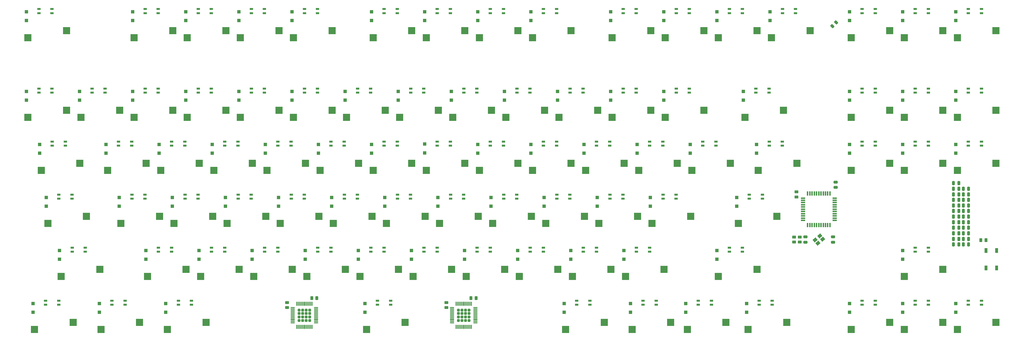
<source format=gbr>
%TF.GenerationSoftware,KiCad,Pcbnew,(6.0.1)*%
%TF.CreationDate,2022-03-06T15:28:15-08:00*%
%TF.ProjectId,Ramen80,52616d65-6e38-4302-9e6b-696361645f70,v1.0.0*%
%TF.SameCoordinates,Original*%
%TF.FileFunction,Paste,Bot*%
%TF.FilePolarity,Positive*%
%FSLAX46Y46*%
G04 Gerber Fmt 4.6, Leading zero omitted, Abs format (unit mm)*
G04 Created by KiCad (PCBNEW (6.0.1)) date 2022-03-06 15:28:15*
%MOMM*%
%LPD*%
G01*
G04 APERTURE LIST*
G04 Aperture macros list*
%AMRoundRect*
0 Rectangle with rounded corners*
0 $1 Rounding radius*
0 $2 $3 $4 $5 $6 $7 $8 $9 X,Y pos of 4 corners*
0 Add a 4 corners polygon primitive as box body*
4,1,4,$2,$3,$4,$5,$6,$7,$8,$9,$2,$3,0*
0 Add four circle primitives for the rounded corners*
1,1,$1+$1,$2,$3*
1,1,$1+$1,$4,$5*
1,1,$1+$1,$6,$7*
1,1,$1+$1,$8,$9*
0 Add four rect primitives between the rounded corners*
20,1,$1+$1,$2,$3,$4,$5,0*
20,1,$1+$1,$4,$5,$6,$7,0*
20,1,$1+$1,$6,$7,$8,$9,0*
20,1,$1+$1,$8,$9,$2,$3,0*%
%AMRotRect*
0 Rectangle, with rotation*
0 The origin of the aperture is its center*
0 $1 length*
0 $2 width*
0 $3 Rotation angle, in degrees counterclockwise*
0 Add horizontal line*
21,1,$1,$2,0,0,$3*%
G04 Aperture macros list end*
%ADD10RoundRect,0.243750X-0.150260X0.494975X-0.494975X0.150260X0.150260X-0.494975X0.494975X-0.150260X0*%
%ADD11R,2.550000X2.500000*%
%ADD12R,1.200000X1.200000*%
%ADD13R,1.300000X0.700000*%
%ADD14RoundRect,0.250000X0.250000X0.475000X-0.250000X0.475000X-0.250000X-0.475000X0.250000X-0.475000X0*%
%ADD15RoundRect,0.038500X0.761500X0.236500X-0.761500X0.236500X-0.761500X-0.236500X0.761500X-0.236500X0*%
%ADD16RoundRect,0.038500X0.236500X-0.761500X0.236500X0.761500X-0.236500X0.761500X-0.236500X-0.761500X0*%
%ADD17RoundRect,0.250000X0.255000X0.255000X-0.255000X0.255000X-0.255000X-0.255000X0.255000X-0.255000X0*%
%ADD18RoundRect,0.075000X0.662500X0.075000X-0.662500X0.075000X-0.662500X-0.075000X0.662500X-0.075000X0*%
%ADD19RoundRect,0.075000X0.075000X0.662500X-0.075000X0.662500X-0.075000X-0.662500X0.075000X-0.662500X0*%
%ADD20R,1.000000X1.700000*%
%ADD21RoundRect,0.250000X0.450000X-0.262500X0.450000X0.262500X-0.450000X0.262500X-0.450000X-0.262500X0*%
%ADD22RoundRect,0.250000X-0.262500X-0.450000X0.262500X-0.450000X0.262500X0.450000X-0.262500X0.450000X0*%
%ADD23RoundRect,0.250000X-0.250000X-0.475000X0.250000X-0.475000X0.250000X0.475000X-0.250000X0.475000X0*%
%ADD24RoundRect,0.250000X0.475000X-0.250000X0.475000X0.250000X-0.475000X0.250000X-0.475000X-0.250000X0*%
%ADD25RotRect,1.200000X1.400000X130.000000*%
%ADD26RoundRect,0.250000X0.262500X0.450000X-0.262500X0.450000X-0.262500X-0.450000X0.262500X-0.450000X0*%
%ADD27RoundRect,0.250000X-0.475000X0.250000X-0.475000X-0.250000X0.475000X-0.250000X0.475000X0.250000X0*%
G04 APERTURE END LIST*
D10*
%TO.C,F1*%
X326432913Y-66247087D03*
X325107087Y-67572913D03*
%TD*%
D11*
%TO.C,K48*%
X345697000Y-116839998D03*
X331847000Y-119379998D03*
%TD*%
%TO.C,K81*%
X243303000Y-173989998D03*
X229453000Y-176529998D03*
%TD*%
%TO.C,K13*%
X317122000Y-69214998D03*
X303272000Y-71754998D03*
%TD*%
%TO.C,K82*%
X267115000Y-173989998D03*
X253265000Y-176529998D03*
%TD*%
%TO.C,K74*%
X264735000Y-154939998D03*
X250885000Y-157479998D03*
%TD*%
%TO.C,K19*%
X88522000Y-97789998D03*
X74672000Y-100329998D03*
%TD*%
%TO.C,K15*%
X364747000Y-69214998D03*
X350897000Y-71754998D03*
%TD*%
%TO.C,K8*%
X212347000Y-69214998D03*
X198497000Y-71754998D03*
%TD*%
%TO.C,K36*%
X98047000Y-116839998D03*
X84197000Y-119379998D03*
%TD*%
%TO.C,K23*%
X164722000Y-97789998D03*
X150872000Y-100329998D03*
%TD*%
%TO.C,K43*%
X231397000Y-116839998D03*
X217547000Y-119379998D03*
%TD*%
%TO.C,K22*%
X145672000Y-97789998D03*
X131822000Y-100329998D03*
%TD*%
%TO.C,K56*%
X159960000Y-135889998D03*
X146110000Y-138429998D03*
%TD*%
%TO.C,K55*%
X140910000Y-135889998D03*
X127060000Y-138429998D03*
%TD*%
%TO.C,K4*%
X126622000Y-69214998D03*
X112772000Y-71754998D03*
%TD*%
%TO.C,K59*%
X217110000Y-135889998D03*
X203260000Y-138429998D03*
%TD*%
%TO.C,K69*%
X169485000Y-154939998D03*
X155635000Y-157479998D03*
%TD*%
%TO.C,K34*%
X55185000Y-116839998D03*
X41335000Y-119379998D03*
%TD*%
%TO.C,K78*%
X76615000Y-173989998D03*
X62765000Y-176529998D03*
%TD*%
%TO.C,K52*%
X83760000Y-135889998D03*
X69910000Y-138429998D03*
%TD*%
%TO.C,K75*%
X298072000Y-154939998D03*
X284222000Y-157479998D03*
%TD*%
%TO.C,K67*%
X131385000Y-154939998D03*
X117535000Y-157479998D03*
%TD*%
%TO.C,K26*%
X221872000Y-97789998D03*
X208022000Y-100329998D03*
%TD*%
%TO.C,K58*%
X198060000Y-135889998D03*
X184210000Y-138429998D03*
%TD*%
%TO.C,K61*%
X255210000Y-135889998D03*
X241360000Y-138429998D03*
%TD*%
%TO.C,K62*%
X274260000Y-135889998D03*
X260410000Y-138429998D03*
%TD*%
%TO.C,K6*%
X174247000Y-69214998D03*
X160397000Y-71754998D03*
%TD*%
%TO.C,K40*%
X174247000Y-116839998D03*
X160397000Y-119379998D03*
%TD*%
%TO.C,K17*%
X50422000Y-97789998D03*
X36572000Y-100329998D03*
%TD*%
%TO.C,K85*%
X345697000Y-173989998D03*
X331847000Y-176529998D03*
%TD*%
%TO.C,K21*%
X126622000Y-97789998D03*
X112772000Y-100329998D03*
%TD*%
%TO.C,K47*%
X312360000Y-116839998D03*
X298510000Y-119379998D03*
%TD*%
%TO.C,K65*%
X93285000Y-154939998D03*
X79435000Y-157479998D03*
%TD*%
%TO.C,K3*%
X107572000Y-69214998D03*
X93722000Y-71754998D03*
%TD*%
%TO.C,K31*%
X345697000Y-97789998D03*
X331847000Y-100329998D03*
%TD*%
%TO.C,K86*%
X364747000Y-173989998D03*
X350897000Y-176529998D03*
%TD*%
%TO.C,K63*%
X305216000Y-135889998D03*
X291366000Y-138429998D03*
%TD*%
%TO.C,K70*%
X188535000Y-154939998D03*
X174685000Y-157479998D03*
%TD*%
%TO.C,K30*%
X307597000Y-97789998D03*
X293747000Y-100329998D03*
%TD*%
%TO.C,K41*%
X193297000Y-116839998D03*
X179447000Y-119379998D03*
%TD*%
%TO.C,K16*%
X383797000Y-69214998D03*
X369947000Y-71754998D03*
%TD*%
%TO.C,K53*%
X102810000Y-135889998D03*
X88960000Y-138429998D03*
%TD*%
%TO.C,K68*%
X150435000Y-154939998D03*
X136585000Y-157479998D03*
%TD*%
%TO.C,K80*%
X171865000Y-173989998D03*
X158015000Y-176529998D03*
%TD*%
%TO.C,K42*%
X212347000Y-116839998D03*
X198497000Y-119379998D03*
%TD*%
%TO.C,K60*%
X236160000Y-135889998D03*
X222310000Y-138429998D03*
%TD*%
%TO.C,K10*%
X259972000Y-69214998D03*
X246122000Y-71754998D03*
%TD*%
%TO.C,K9*%
X231397000Y-69214998D03*
X217547000Y-71754998D03*
%TD*%
%TO.C,K76*%
X364747000Y-154939998D03*
X350897000Y-157479998D03*
%TD*%
%TO.C,K71*%
X207585000Y-154939998D03*
X193735000Y-157479998D03*
%TD*%
%TO.C,K28*%
X259972000Y-97789998D03*
X246122000Y-100329998D03*
%TD*%
%TO.C,K50*%
X383797000Y-116839998D03*
X369947000Y-119379998D03*
%TD*%
%TO.C,K27*%
X240922000Y-97789998D03*
X227072000Y-100329998D03*
%TD*%
%TO.C,K66*%
X112335000Y-154939998D03*
X98485000Y-157479998D03*
%TD*%
%TO.C,K12*%
X298072000Y-69214998D03*
X284222000Y-71754998D03*
%TD*%
%TO.C,K7*%
X193297000Y-69214998D03*
X179447000Y-71754998D03*
%TD*%
%TO.C,K83*%
X286928000Y-173989998D03*
X273078000Y-176529998D03*
%TD*%
%TO.C,K79*%
X100428000Y-173989998D03*
X86578000Y-176529998D03*
%TD*%
%TO.C,K51*%
X57566000Y-135889998D03*
X43716000Y-138429998D03*
%TD*%
%TO.C,K2*%
X88522000Y-69214998D03*
X74672000Y-71754998D03*
%TD*%
%TO.C,K18*%
X69472000Y-97789998D03*
X55622000Y-100329998D03*
%TD*%
%TO.C,K54*%
X121860000Y-135889998D03*
X108010000Y-138429998D03*
%TD*%
%TO.C,K25*%
X202822000Y-97789998D03*
X188972000Y-100329998D03*
%TD*%
%TO.C,K14*%
X345697000Y-69214998D03*
X331847000Y-71754998D03*
%TD*%
%TO.C,K77*%
X52803000Y-173989998D03*
X38953000Y-176529998D03*
%TD*%
%TO.C,K35*%
X78997000Y-116839998D03*
X65147000Y-119379998D03*
%TD*%
%TO.C,K33*%
X383797000Y-97789998D03*
X369947000Y-100329998D03*
%TD*%
%TO.C,K57*%
X179010000Y-135889998D03*
X165160000Y-138429998D03*
%TD*%
%TO.C,K11*%
X279022000Y-69214998D03*
X265172000Y-71754998D03*
%TD*%
%TO.C,K45*%
X269497000Y-116839998D03*
X255647000Y-119379998D03*
%TD*%
%TO.C,K39*%
X155197000Y-116839998D03*
X141347000Y-119379998D03*
%TD*%
%TO.C,K37*%
X117097000Y-116839998D03*
X103247000Y-119379998D03*
%TD*%
%TO.C,K38*%
X136147000Y-116839998D03*
X122297000Y-119379998D03*
%TD*%
%TO.C,K87*%
X383797000Y-173989998D03*
X369947000Y-176529998D03*
%TD*%
%TO.C,K1*%
X50422000Y-69214998D03*
X36572000Y-71754998D03*
%TD*%
%TO.C,K29*%
X279022000Y-97789998D03*
X265172000Y-100329998D03*
%TD*%
%TO.C,K73*%
X245685000Y-154939998D03*
X231835000Y-157479998D03*
%TD*%
%TO.C,K84*%
X308740000Y-173989998D03*
X294890000Y-176529998D03*
%TD*%
%TO.C,K72*%
X226635000Y-154939998D03*
X212785000Y-157479998D03*
%TD*%
%TO.C,K49*%
X364747000Y-116839998D03*
X350897000Y-119379998D03*
%TD*%
%TO.C,K24*%
X183772000Y-97789998D03*
X169922000Y-100329998D03*
%TD*%
%TO.C,K64*%
X62329000Y-154939998D03*
X48479000Y-157479998D03*
%TD*%
%TO.C,K20*%
X107572000Y-97789998D03*
X93722000Y-100329998D03*
%TD*%
%TO.C,K32*%
X364747000Y-97789998D03*
X350897000Y-100329998D03*
%TD*%
%TO.C,K44*%
X250447000Y-116839998D03*
X236597000Y-119379998D03*
%TD*%
%TO.C,K46*%
X288547000Y-116839998D03*
X274697000Y-119379998D03*
%TD*%
%TO.C,K5*%
X145672000Y-69214998D03*
X131822000Y-71754998D03*
%TD*%
D12*
%TO.C,D77*%
X38381000Y-167200000D03*
X38381000Y-170350000D03*
%TD*%
%TO.C,D11*%
X264600000Y-62425000D03*
X264600000Y-65575000D03*
%TD*%
D13*
%TO.C,LED64*%
X52419000Y-147150000D03*
X57119000Y-147150000D03*
X57119000Y-148650000D03*
X52419000Y-148650000D03*
%TD*%
%TO.C,LED48*%
X335787000Y-109050000D03*
X340487000Y-109050000D03*
X340487000Y-110550000D03*
X335787000Y-110550000D03*
%TD*%
%TO.C,LED7*%
X183387000Y-61425000D03*
X188087000Y-61425000D03*
X188087000Y-62925000D03*
X183387000Y-62925000D03*
%TD*%
D12*
%TO.C,D15*%
X350325000Y-62425000D03*
X350325000Y-65575000D03*
%TD*%
D13*
%TO.C,LED37*%
X107187000Y-109050000D03*
X111887000Y-109050000D03*
X111887000Y-110550000D03*
X107187000Y-110550000D03*
%TD*%
D12*
%TO.C,D58*%
X183638000Y-129100000D03*
X183638000Y-132250000D03*
%TD*%
%TO.C,D45*%
X255075000Y-110050000D03*
X255075000Y-113200000D03*
%TD*%
%TO.C,D79*%
X86006000Y-167200000D03*
X86006000Y-170350000D03*
%TD*%
D13*
%TO.C,LED72*%
X216725000Y-147150000D03*
X221425000Y-147150000D03*
X221425000Y-148650000D03*
X216725000Y-148650000D03*
%TD*%
D12*
%TO.C,D72*%
X212213000Y-148150000D03*
X212213000Y-151300000D03*
%TD*%
D14*
%TO.C,C5*%
X370450000Y-132000000D03*
X368550000Y-132000000D03*
%TD*%
D15*
%TO.C,U1*%
X325910000Y-129350000D03*
X325910000Y-130150000D03*
X325910000Y-130950000D03*
X325910000Y-131750000D03*
X325910000Y-132550000D03*
X325910000Y-133350000D03*
X325910000Y-134150000D03*
X325910000Y-134950000D03*
X325910000Y-135750000D03*
X325910000Y-136550000D03*
X325910000Y-137350000D03*
D16*
X324230000Y-139030000D03*
X323430000Y-139030000D03*
X322630000Y-139030000D03*
X321830000Y-139030000D03*
X321030000Y-139030000D03*
X320230000Y-139030000D03*
X319430000Y-139030000D03*
X318630000Y-139030000D03*
X317830000Y-139030000D03*
X317030000Y-139030000D03*
X316230000Y-139030000D03*
D15*
X314550000Y-137350000D03*
X314550000Y-136550000D03*
X314550000Y-135750000D03*
X314550000Y-134950000D03*
X314550000Y-134150000D03*
X314550000Y-133350000D03*
X314550000Y-132550000D03*
X314550000Y-131750000D03*
X314550000Y-130950000D03*
X314550000Y-130150000D03*
X314550000Y-129350000D03*
D16*
X316230000Y-127670000D03*
X317030000Y-127670000D03*
X317830000Y-127670000D03*
X318630000Y-127670000D03*
X319430000Y-127670000D03*
X320230000Y-127670000D03*
X321030000Y-127670000D03*
X321830000Y-127670000D03*
X322630000Y-127670000D03*
X323430000Y-127670000D03*
X324230000Y-127670000D03*
%TD*%
D13*
%TO.C,LED67*%
X121475000Y-147150000D03*
X126175000Y-147150000D03*
X126175000Y-148650000D03*
X121475000Y-148650000D03*
%TD*%
D17*
%TO.C,U2*%
X137605000Y-172075000D03*
X136355000Y-169575000D03*
X137605000Y-170825000D03*
X136355000Y-172075000D03*
X135105000Y-169575000D03*
X136355000Y-173325000D03*
X135105000Y-172075000D03*
X133855000Y-172075000D03*
X133855000Y-173325000D03*
X137605000Y-169575000D03*
X133855000Y-169575000D03*
X136355000Y-170825000D03*
X135105000Y-170825000D03*
X133855000Y-170825000D03*
X135105000Y-173325000D03*
X137605000Y-173325000D03*
D18*
X139892500Y-168700000D03*
X139892500Y-169200000D03*
X139892500Y-169700000D03*
X139892500Y-170200000D03*
X139892500Y-170700000D03*
X139892500Y-171200000D03*
X139892500Y-171700000D03*
X139892500Y-172200000D03*
X139892500Y-172700000D03*
X139892500Y-173200000D03*
X139892500Y-173700000D03*
X139892500Y-174200000D03*
D19*
X138480000Y-175612500D03*
X137980000Y-175612500D03*
X137480000Y-175612500D03*
X136980000Y-175612500D03*
X136480000Y-175612500D03*
X135980000Y-175612500D03*
X135480000Y-175612500D03*
X134980000Y-175612500D03*
X134480000Y-175612500D03*
X133980000Y-175612500D03*
X133480000Y-175612500D03*
X132980000Y-175612500D03*
D18*
X131567500Y-174200000D03*
X131567500Y-173700000D03*
X131567500Y-173200000D03*
X131567500Y-172700000D03*
X131567500Y-172200000D03*
X131567500Y-171700000D03*
X131567500Y-171200000D03*
X131567500Y-170700000D03*
X131567500Y-170200000D03*
X131567500Y-169700000D03*
X131567500Y-169200000D03*
X131567500Y-168700000D03*
D19*
X132980000Y-167287500D03*
X133480000Y-167287500D03*
X133980000Y-167287500D03*
X134480000Y-167287500D03*
X134980000Y-167287500D03*
X135480000Y-167287500D03*
X135980000Y-167287500D03*
X136480000Y-167287500D03*
X136980000Y-167287500D03*
X137480000Y-167287500D03*
X137980000Y-167287500D03*
X138480000Y-167287500D03*
%TD*%
D13*
%TO.C,LED41*%
X183387000Y-109050000D03*
X188087000Y-109050000D03*
X188087000Y-110550000D03*
X183387000Y-110550000D03*
%TD*%
%TO.C,LED70*%
X178625000Y-147150000D03*
X183325000Y-147150000D03*
X183325000Y-148650000D03*
X178625000Y-148650000D03*
%TD*%
D20*
%TO.C,SW1*%
X384000000Y-148170000D03*
X384000000Y-154470000D03*
X380200000Y-148170000D03*
X380200000Y-154470000D03*
%TD*%
D12*
%TO.C,D59*%
X202688000Y-129100000D03*
X202688000Y-132250000D03*
%TD*%
D13*
%TO.C,LED45*%
X259587000Y-109050000D03*
X264287000Y-109050000D03*
X264287000Y-110550000D03*
X259587000Y-110550000D03*
%TD*%
D12*
%TO.C,D22*%
X131250000Y-91000000D03*
X131250000Y-94150000D03*
%TD*%
%TO.C,D24*%
X169350000Y-91000000D03*
X169350000Y-94150000D03*
%TD*%
D17*
%TO.C,U3*%
X191005000Y-173325000D03*
X191005000Y-172075000D03*
X192255000Y-172075000D03*
X192255000Y-173325000D03*
X194755000Y-173325000D03*
X193505000Y-170825000D03*
X194755000Y-170825000D03*
X192255000Y-169575000D03*
X194755000Y-172075000D03*
X191005000Y-170825000D03*
X191005000Y-169575000D03*
X193505000Y-169575000D03*
X194755000Y-169575000D03*
X193505000Y-173325000D03*
X192255000Y-170825000D03*
X193505000Y-172075000D03*
D18*
X197042500Y-168700000D03*
X197042500Y-169200000D03*
X197042500Y-169700000D03*
X197042500Y-170200000D03*
X197042500Y-170700000D03*
X197042500Y-171200000D03*
X197042500Y-171700000D03*
X197042500Y-172200000D03*
X197042500Y-172700000D03*
X197042500Y-173200000D03*
X197042500Y-173700000D03*
X197042500Y-174200000D03*
D19*
X195630000Y-175612500D03*
X195130000Y-175612500D03*
X194630000Y-175612500D03*
X194130000Y-175612500D03*
X193630000Y-175612500D03*
X193130000Y-175612500D03*
X192630000Y-175612500D03*
X192130000Y-175612500D03*
X191630000Y-175612500D03*
X191130000Y-175612500D03*
X190630000Y-175612500D03*
X190130000Y-175612500D03*
D18*
X188717500Y-174200000D03*
X188717500Y-173700000D03*
X188717500Y-173200000D03*
X188717500Y-172700000D03*
X188717500Y-172200000D03*
X188717500Y-171700000D03*
X188717500Y-171200000D03*
X188717500Y-170700000D03*
X188717500Y-170200000D03*
X188717500Y-169700000D03*
X188717500Y-169200000D03*
X188717500Y-168700000D03*
D19*
X190130000Y-167287500D03*
X190630000Y-167287500D03*
X191130000Y-167287500D03*
X191630000Y-167287500D03*
X192130000Y-167287500D03*
X192630000Y-167287500D03*
X193130000Y-167287500D03*
X193630000Y-167287500D03*
X194130000Y-167287500D03*
X194630000Y-167287500D03*
X195130000Y-167287500D03*
X195630000Y-167287500D03*
%TD*%
D21*
%TO.C,R6*%
X186680000Y-168697500D03*
X186680000Y-166872500D03*
%TD*%
D22*
%TO.C,R11*%
X380182500Y-144460000D03*
X378357500Y-144460000D03*
%TD*%
D13*
%TO.C,LED80*%
X161955000Y-166200000D03*
X166655000Y-166200000D03*
X166655000Y-167700000D03*
X161955000Y-167700000D03*
%TD*%
%TO.C,LED69*%
X159575000Y-147150000D03*
X164275000Y-147150000D03*
X164275000Y-148650000D03*
X159575000Y-148650000D03*
%TD*%
D12*
%TO.C,D56*%
X145538000Y-129100000D03*
X145538000Y-132250000D03*
%TD*%
D13*
%TO.C,LED52*%
X73850000Y-128100000D03*
X78550000Y-128100000D03*
X78550000Y-129600000D03*
X73850000Y-129600000D03*
%TD*%
D12*
%TO.C,D39*%
X140775000Y-110050000D03*
X140775000Y-113200000D03*
%TD*%
D23*
%TO.C,C13*%
X372050000Y-126000000D03*
X373950000Y-126000000D03*
%TD*%
D13*
%TO.C,LED78*%
X66705000Y-166200000D03*
X71405000Y-166200000D03*
X71405000Y-167700000D03*
X66705000Y-167700000D03*
%TD*%
D23*
%TO.C,C14*%
X372050000Y-128000000D03*
X373950000Y-128000000D03*
%TD*%
%TO.C,C18*%
X372050000Y-136000000D03*
X373950000Y-136000000D03*
%TD*%
D13*
%TO.C,LED39*%
X145287000Y-109050000D03*
X149987000Y-109050000D03*
X149987000Y-110550000D03*
X145287000Y-110550000D03*
%TD*%
%TO.C,LED85*%
X335787000Y-166200000D03*
X340487000Y-166200000D03*
X340487000Y-167700000D03*
X335787000Y-167700000D03*
%TD*%
D23*
%TO.C,C17*%
X372050000Y-134000000D03*
X373950000Y-134000000D03*
%TD*%
D13*
%TO.C,LED47*%
X302450000Y-109050000D03*
X307150000Y-109050000D03*
X307150000Y-110550000D03*
X302450000Y-110550000D03*
%TD*%
%TO.C,LED66*%
X102425000Y-147150000D03*
X107125000Y-147150000D03*
X107125000Y-148650000D03*
X102425000Y-148650000D03*
%TD*%
%TO.C,LED12*%
X288162000Y-61425000D03*
X292862000Y-61425000D03*
X292862000Y-62925000D03*
X288162000Y-62925000D03*
%TD*%
D24*
%TO.C,C24*%
X326250000Y-125530000D03*
X326250000Y-123630000D03*
%TD*%
D12*
%TO.C,D40*%
X159825000Y-110050000D03*
X159825000Y-113200000D03*
%TD*%
%TO.C,D75*%
X283650000Y-148150000D03*
X283650000Y-151300000D03*
%TD*%
%TO.C,D9*%
X216975000Y-62425000D03*
X216975000Y-65575000D03*
%TD*%
%TO.C,D29*%
X264600000Y-91000000D03*
X264600000Y-94150000D03*
%TD*%
D13*
%TO.C,LED76*%
X354837000Y-147150000D03*
X359537000Y-147150000D03*
X359537000Y-148650000D03*
X354837000Y-148650000D03*
%TD*%
%TO.C,LED46*%
X278637000Y-109050000D03*
X283337000Y-109050000D03*
X283337000Y-110550000D03*
X278637000Y-110550000D03*
%TD*%
D12*
%TO.C,D21*%
X112200000Y-91000000D03*
X112200000Y-94150000D03*
%TD*%
D13*
%TO.C,LED11*%
X269112000Y-61425000D03*
X273812000Y-61425000D03*
X273812000Y-62925000D03*
X269112000Y-62925000D03*
%TD*%
%TO.C,LED56*%
X150050000Y-128100000D03*
X154750000Y-128100000D03*
X154750000Y-129600000D03*
X150050000Y-129600000D03*
%TD*%
D12*
%TO.C,D54*%
X107438000Y-129100000D03*
X107438000Y-132250000D03*
%TD*%
D13*
%TO.C,LED27*%
X231012000Y-90000000D03*
X235712000Y-90000000D03*
X235712000Y-91500000D03*
X231012000Y-91500000D03*
%TD*%
D12*
%TO.C,D81*%
X228881000Y-167200000D03*
X228881000Y-170350000D03*
%TD*%
%TO.C,D23*%
X150300000Y-91000000D03*
X150300000Y-94150000D03*
%TD*%
%TO.C,D38*%
X121725000Y-110050000D03*
X121725000Y-113200000D03*
%TD*%
D13*
%TO.C,LED58*%
X188150000Y-128100000D03*
X192850000Y-128100000D03*
X192850000Y-129600000D03*
X188150000Y-129600000D03*
%TD*%
D12*
%TO.C,D20*%
X93150000Y-91000000D03*
X93150000Y-94150000D03*
%TD*%
%TO.C,D25*%
X188400000Y-91000000D03*
X188400000Y-94150000D03*
%TD*%
%TO.C,D6*%
X159825000Y-62425000D03*
X159825000Y-65575000D03*
%TD*%
D13*
%TO.C,LED77*%
X42893000Y-166200000D03*
X47593000Y-166200000D03*
X47593000Y-167700000D03*
X42893000Y-167700000D03*
%TD*%
D12*
%TO.C,D71*%
X193163000Y-148150000D03*
X193163000Y-151300000D03*
%TD*%
D14*
%TO.C,C2*%
X370450000Y-126000000D03*
X368550000Y-126000000D03*
%TD*%
D13*
%TO.C,LED35*%
X69087000Y-109050000D03*
X73787000Y-109050000D03*
X73787000Y-110550000D03*
X69087000Y-110550000D03*
%TD*%
D23*
%TO.C,C16*%
X372050000Y-132000000D03*
X373950000Y-132000000D03*
%TD*%
D13*
%TO.C,LED49*%
X354837000Y-109050000D03*
X359537000Y-109050000D03*
X359537000Y-110550000D03*
X354837000Y-110550000D03*
%TD*%
D21*
%TO.C,R3*%
X311400000Y-145162500D03*
X311400000Y-143337500D03*
%TD*%
D12*
%TO.C,D82*%
X252693000Y-167200000D03*
X252693000Y-170350000D03*
%TD*%
D13*
%TO.C,LED23*%
X154812000Y-90000000D03*
X159512000Y-90000000D03*
X159512000Y-91500000D03*
X154812000Y-91500000D03*
%TD*%
%TO.C,LED20*%
X97662000Y-90000000D03*
X102362000Y-90000000D03*
X102362000Y-91500000D03*
X97662000Y-91500000D03*
%TD*%
%TO.C,LED62*%
X264350000Y-128100000D03*
X269050000Y-128100000D03*
X269050000Y-129600000D03*
X264350000Y-129600000D03*
%TD*%
D21*
%TO.C,R2*%
X129530000Y-168697500D03*
X129530000Y-166872500D03*
%TD*%
D13*
%TO.C,LED57*%
X169100000Y-128100000D03*
X173800000Y-128100000D03*
X173800000Y-129600000D03*
X169100000Y-129600000D03*
%TD*%
D21*
%TO.C,R4*%
X313400000Y-145162500D03*
X313400000Y-143337500D03*
%TD*%
D25*
%TO.C,Y1*%
X321606879Y-144155769D03*
X319921581Y-145569902D03*
X318893121Y-144344231D03*
X320578419Y-142930098D03*
%TD*%
D12*
%TO.C,D85*%
X331275000Y-167200000D03*
X331275000Y-170350000D03*
%TD*%
D14*
%TO.C,C7*%
X370450000Y-136000000D03*
X368550000Y-136000000D03*
%TD*%
D21*
%TO.C,R12*%
X312210000Y-128942500D03*
X312210000Y-127117500D03*
%TD*%
D13*
%TO.C,LED9*%
X221487000Y-61425000D03*
X226187000Y-61425000D03*
X226187000Y-62925000D03*
X221487000Y-62925000D03*
%TD*%
D24*
%TO.C,C26*%
X315400000Y-145200000D03*
X315400000Y-143300000D03*
%TD*%
D12*
%TO.C,D83*%
X272506000Y-167200000D03*
X272506000Y-170350000D03*
%TD*%
%TO.C,D18*%
X55050000Y-91000000D03*
X55050000Y-94150000D03*
%TD*%
D13*
%TO.C,LED50*%
X373887000Y-109050000D03*
X378587000Y-109050000D03*
X378587000Y-110550000D03*
X373887000Y-110550000D03*
%TD*%
D12*
%TO.C,D62*%
X259838000Y-129100000D03*
X259838000Y-132250000D03*
%TD*%
D13*
%TO.C,LED87*%
X373887000Y-166200000D03*
X378587000Y-166200000D03*
X378587000Y-167700000D03*
X373887000Y-167700000D03*
%TD*%
%TO.C,LED60*%
X226250000Y-128100000D03*
X230950000Y-128100000D03*
X230950000Y-129600000D03*
X226250000Y-129600000D03*
%TD*%
D12*
%TO.C,D8*%
X197925000Y-62425000D03*
X197925000Y-65575000D03*
%TD*%
D13*
%TO.C,LED4*%
X116712000Y-61425000D03*
X121412000Y-61425000D03*
X121412000Y-62925000D03*
X116712000Y-62925000D03*
%TD*%
D12*
%TO.C,D14*%
X331275000Y-62425000D03*
X331275000Y-65575000D03*
%TD*%
D13*
%TO.C,LED86*%
X354837000Y-166200000D03*
X359537000Y-166200000D03*
X359537000Y-167700000D03*
X354837000Y-167700000D03*
%TD*%
%TO.C,LED81*%
X233393000Y-166200000D03*
X238093000Y-166200000D03*
X238093000Y-167700000D03*
X233393000Y-167700000D03*
%TD*%
%TO.C,LED15*%
X354837000Y-61425000D03*
X359537000Y-61425000D03*
X359537000Y-62925000D03*
X354837000Y-62925000D03*
%TD*%
D12*
%TO.C,D60*%
X221738000Y-129100000D03*
X221738000Y-132250000D03*
%TD*%
D13*
%TO.C,LED18*%
X59562000Y-90000000D03*
X64262000Y-90000000D03*
X64262000Y-91500000D03*
X59562000Y-91500000D03*
%TD*%
D12*
%TO.C,D67*%
X116963000Y-148150000D03*
X116963000Y-151300000D03*
%TD*%
D23*
%TO.C,C15*%
X372050000Y-130000000D03*
X373950000Y-130000000D03*
%TD*%
D12*
%TO.C,D47*%
X297938000Y-110050000D03*
X297938000Y-113200000D03*
%TD*%
%TO.C,D51*%
X43144000Y-129100000D03*
X43144000Y-132250000D03*
%TD*%
D23*
%TO.C,C23*%
X372050000Y-146000000D03*
X373950000Y-146000000D03*
%TD*%
%TO.C,C22*%
X372050000Y-144000000D03*
X373950000Y-144000000D03*
%TD*%
D12*
%TO.C,D52*%
X69338000Y-129100000D03*
X69338000Y-132250000D03*
%TD*%
D13*
%TO.C,LED24*%
X173862000Y-90000000D03*
X178562000Y-90000000D03*
X178562000Y-91500000D03*
X173862000Y-91500000D03*
%TD*%
D12*
%TO.C,D35*%
X64575000Y-110050000D03*
X64575000Y-113200000D03*
%TD*%
%TO.C,D68*%
X136013000Y-148150000D03*
X136013000Y-151300000D03*
%TD*%
D13*
%TO.C,LED40*%
X164337000Y-109050000D03*
X169037000Y-109050000D03*
X169037000Y-110550000D03*
X164337000Y-110550000D03*
%TD*%
D12*
%TO.C,D10*%
X245550000Y-62425000D03*
X245550000Y-65575000D03*
%TD*%
D13*
%TO.C,LED6*%
X164337000Y-61425000D03*
X169037000Y-61425000D03*
X169037000Y-62925000D03*
X164337000Y-62925000D03*
%TD*%
%TO.C,LED68*%
X140525000Y-147150000D03*
X145225000Y-147150000D03*
X145225000Y-148650000D03*
X140525000Y-148650000D03*
%TD*%
D12*
%TO.C,D65*%
X78863000Y-148150000D03*
X78863000Y-151300000D03*
%TD*%
%TO.C,D44*%
X236025000Y-110050000D03*
X236025000Y-113200000D03*
%TD*%
D13*
%TO.C,LED63*%
X295306000Y-128100000D03*
X300006000Y-128100000D03*
X300006000Y-129600000D03*
X295306000Y-129600000D03*
%TD*%
%TO.C,LED3*%
X97662000Y-61425000D03*
X102362000Y-61425000D03*
X102362000Y-62925000D03*
X97662000Y-62925000D03*
%TD*%
%TO.C,LED82*%
X257205000Y-166200000D03*
X261905000Y-166200000D03*
X261905000Y-167700000D03*
X257205000Y-167700000D03*
%TD*%
%TO.C,LED13*%
X307212000Y-61425000D03*
X311912000Y-61425000D03*
X311912000Y-62925000D03*
X307212000Y-62925000D03*
%TD*%
%TO.C,LED5*%
X135762000Y-61425000D03*
X140462000Y-61425000D03*
X140462000Y-62925000D03*
X135762000Y-62925000D03*
%TD*%
%TO.C,LED25*%
X192912000Y-90000000D03*
X197612000Y-90000000D03*
X197612000Y-91500000D03*
X192912000Y-91500000D03*
%TD*%
D12*
%TO.C,D50*%
X369375000Y-110050000D03*
X369375000Y-113200000D03*
%TD*%
%TO.C,D31*%
X331275000Y-91000000D03*
X331275000Y-94150000D03*
%TD*%
%TO.C,D36*%
X83625000Y-110050000D03*
X83625000Y-113200000D03*
%TD*%
D13*
%TO.C,LED53*%
X92900000Y-128100000D03*
X97600000Y-128100000D03*
X97600000Y-129600000D03*
X92900000Y-129600000D03*
%TD*%
D12*
%TO.C,D43*%
X216975000Y-110050000D03*
X216975000Y-113200000D03*
%TD*%
%TO.C,D63*%
X290794000Y-129100000D03*
X290794000Y-132250000D03*
%TD*%
%TO.C,D33*%
X369375000Y-91000000D03*
X369375000Y-94150000D03*
%TD*%
D13*
%TO.C,LED17*%
X40512000Y-90000000D03*
X45212000Y-90000000D03*
X45212000Y-91500000D03*
X40512000Y-91500000D03*
%TD*%
%TO.C,LED36*%
X88137000Y-109050000D03*
X92837000Y-109050000D03*
X92837000Y-110550000D03*
X88137000Y-110550000D03*
%TD*%
D23*
%TO.C,C19*%
X372050000Y-138000000D03*
X373950000Y-138000000D03*
%TD*%
D13*
%TO.C,LED79*%
X90518000Y-166200000D03*
X95218000Y-166200000D03*
X95218000Y-167700000D03*
X90518000Y-167700000D03*
%TD*%
D23*
%TO.C,C21*%
X372050000Y-142000000D03*
X373950000Y-142000000D03*
%TD*%
D26*
%TO.C,R5*%
X197322500Y-165290000D03*
X195497500Y-165290000D03*
%TD*%
D12*
%TO.C,D30*%
X293175000Y-91000000D03*
X293175000Y-94150000D03*
%TD*%
%TO.C,D69*%
X155063000Y-148150000D03*
X155063000Y-151300000D03*
%TD*%
D13*
%TO.C,LED74*%
X254825000Y-147150000D03*
X259525000Y-147150000D03*
X259525000Y-148650000D03*
X254825000Y-148650000D03*
%TD*%
D12*
%TO.C,D57*%
X164588000Y-129100000D03*
X164588000Y-132250000D03*
%TD*%
D14*
%TO.C,C1*%
X370450000Y-124000000D03*
X368550000Y-124000000D03*
%TD*%
D13*
%TO.C,LED84*%
X298830000Y-166200000D03*
X303530000Y-166200000D03*
X303530000Y-167700000D03*
X298830000Y-167700000D03*
%TD*%
D12*
%TO.C,D37*%
X102675000Y-110050000D03*
X102675000Y-113200000D03*
%TD*%
D13*
%TO.C,LED42*%
X202437000Y-109050000D03*
X207137000Y-109050000D03*
X207137000Y-110550000D03*
X202437000Y-110550000D03*
%TD*%
D12*
%TO.C,D12*%
X283650000Y-62425000D03*
X283650000Y-65575000D03*
%TD*%
%TO.C,D73*%
X231263000Y-148150000D03*
X231263000Y-151300000D03*
%TD*%
D13*
%TO.C,LED55*%
X131000000Y-128100000D03*
X135700000Y-128100000D03*
X135700000Y-129600000D03*
X131000000Y-129600000D03*
%TD*%
%TO.C,LED21*%
X116712000Y-90000000D03*
X121412000Y-90000000D03*
X121412000Y-91500000D03*
X116712000Y-91500000D03*
%TD*%
%TO.C,LED14*%
X335787000Y-61425000D03*
X340487000Y-61425000D03*
X340487000Y-62925000D03*
X335787000Y-62925000D03*
%TD*%
%TO.C,LED19*%
X78612000Y-90000000D03*
X83312000Y-90000000D03*
X83312000Y-91500000D03*
X78612000Y-91500000D03*
%TD*%
%TO.C,LED54*%
X111950000Y-128100000D03*
X116650000Y-128100000D03*
X116650000Y-129600000D03*
X111950000Y-129600000D03*
%TD*%
D27*
%TO.C,C25*%
X325300000Y-143300000D03*
X325300000Y-145200000D03*
%TD*%
D12*
%TO.C,D70*%
X174113000Y-148150000D03*
X174113000Y-151300000D03*
%TD*%
%TO.C,D26*%
X207450000Y-91000000D03*
X207450000Y-94150000D03*
%TD*%
%TO.C,D55*%
X126488000Y-129100000D03*
X126488000Y-132250000D03*
%TD*%
D13*
%TO.C,LED51*%
X47656000Y-128100000D03*
X52356000Y-128100000D03*
X52356000Y-129600000D03*
X47656000Y-129600000D03*
%TD*%
D12*
%TO.C,D53*%
X88388000Y-129100000D03*
X88388000Y-132250000D03*
%TD*%
%TO.C,D48*%
X331275000Y-110050000D03*
X331275000Y-113200000D03*
%TD*%
D14*
%TO.C,C3*%
X370450000Y-128000000D03*
X368550000Y-128000000D03*
%TD*%
D13*
%TO.C,LED30*%
X297687000Y-90000000D03*
X302387000Y-90000000D03*
X302387000Y-91500000D03*
X297687000Y-91500000D03*
%TD*%
D12*
%TO.C,D76*%
X350325000Y-148150000D03*
X350325000Y-151300000D03*
%TD*%
D13*
%TO.C,LED16*%
X373887000Y-61425000D03*
X378587000Y-61425000D03*
X378587000Y-62925000D03*
X373887000Y-62925000D03*
%TD*%
D12*
%TO.C,D27*%
X226500000Y-91000000D03*
X226500000Y-94150000D03*
%TD*%
D14*
%TO.C,C4*%
X370450000Y-130000000D03*
X368550000Y-130000000D03*
%TD*%
%TO.C,C6*%
X370450000Y-134000000D03*
X368550000Y-134000000D03*
%TD*%
D12*
%TO.C,D66*%
X97913000Y-148150000D03*
X97913000Y-151300000D03*
%TD*%
D13*
%TO.C,LED29*%
X269112000Y-90000000D03*
X273812000Y-90000000D03*
X273812000Y-91500000D03*
X269112000Y-91500000D03*
%TD*%
%TO.C,LED34*%
X45275000Y-109050000D03*
X49975000Y-109050000D03*
X49975000Y-110550000D03*
X45275000Y-110550000D03*
%TD*%
%TO.C,LED71*%
X197675000Y-147150000D03*
X202375000Y-147150000D03*
X202375000Y-148650000D03*
X197675000Y-148650000D03*
%TD*%
%TO.C,LED1*%
X40512000Y-61425000D03*
X45212000Y-61425000D03*
X45212000Y-62925000D03*
X40512000Y-62925000D03*
%TD*%
%TO.C,LED22*%
X135762000Y-90000000D03*
X140462000Y-90000000D03*
X140462000Y-91500000D03*
X135762000Y-91500000D03*
%TD*%
D12*
%TO.C,D78*%
X62193000Y-167200000D03*
X62193000Y-170350000D03*
%TD*%
D13*
%TO.C,LED10*%
X250062000Y-61425000D03*
X254762000Y-61425000D03*
X254762000Y-62925000D03*
X250062000Y-62925000D03*
%TD*%
%TO.C,LED31*%
X335787000Y-90000000D03*
X340487000Y-90000000D03*
X340487000Y-91500000D03*
X335787000Y-91500000D03*
%TD*%
D23*
%TO.C,C20*%
X372050000Y-140000000D03*
X373950000Y-140000000D03*
%TD*%
D12*
%TO.C,D87*%
X369375000Y-167200000D03*
X369375000Y-170350000D03*
%TD*%
D13*
%TO.C,LED33*%
X373887000Y-90000000D03*
X378587000Y-90000000D03*
X378587000Y-91500000D03*
X373887000Y-91500000D03*
%TD*%
%TO.C,LED32*%
X354837000Y-90000000D03*
X359537000Y-90000000D03*
X359537000Y-91500000D03*
X354837000Y-91500000D03*
%TD*%
D12*
%TO.C,D41*%
X178875000Y-109950000D03*
X178875000Y-113100000D03*
%TD*%
%TO.C,D61*%
X240788000Y-129100000D03*
X240788000Y-132250000D03*
%TD*%
%TO.C,D5*%
X131250000Y-62425000D03*
X131250000Y-65575000D03*
%TD*%
%TO.C,D17*%
X36000000Y-91000000D03*
X36000000Y-94150000D03*
%TD*%
%TO.C,D13*%
X302700000Y-62425000D03*
X302700000Y-65575000D03*
%TD*%
%TO.C,D86*%
X350325000Y-167200000D03*
X350325000Y-170350000D03*
%TD*%
D13*
%TO.C,LED38*%
X126237000Y-109050000D03*
X130937000Y-109050000D03*
X130937000Y-110550000D03*
X126237000Y-110550000D03*
%TD*%
D14*
%TO.C,C8*%
X370450000Y-138000000D03*
X368550000Y-138000000D03*
%TD*%
D12*
%TO.C,D34*%
X40763000Y-110050000D03*
X40763000Y-113200000D03*
%TD*%
D14*
%TO.C,C9*%
X370450000Y-140000000D03*
X368550000Y-140000000D03*
%TD*%
D12*
%TO.C,D19*%
X74100000Y-91000000D03*
X74100000Y-94150000D03*
%TD*%
%TO.C,D46*%
X274125000Y-110050000D03*
X274125000Y-113200000D03*
%TD*%
%TO.C,D49*%
X350325000Y-110050000D03*
X350325000Y-113200000D03*
%TD*%
D13*
%TO.C,LED59*%
X207200000Y-128100000D03*
X211900000Y-128100000D03*
X211900000Y-129600000D03*
X207200000Y-129600000D03*
%TD*%
%TO.C,LED8*%
X202437000Y-61425000D03*
X207137000Y-61425000D03*
X207137000Y-62925000D03*
X202437000Y-62925000D03*
%TD*%
D12*
%TO.C,D7*%
X178875000Y-62425000D03*
X178875000Y-65575000D03*
%TD*%
D13*
%TO.C,LED44*%
X240537000Y-109050000D03*
X245237000Y-109050000D03*
X245237000Y-110550000D03*
X240537000Y-110550000D03*
%TD*%
%TO.C,LED43*%
X221487000Y-109050000D03*
X226187000Y-109050000D03*
X226187000Y-110550000D03*
X221487000Y-110550000D03*
%TD*%
D12*
%TO.C,D28*%
X245550000Y-91000000D03*
X245550000Y-94150000D03*
%TD*%
%TO.C,D32*%
X350325000Y-91000000D03*
X350325000Y-94150000D03*
%TD*%
D13*
%TO.C,LED26*%
X211962000Y-90000000D03*
X216662000Y-90000000D03*
X216662000Y-91500000D03*
X211962000Y-91500000D03*
%TD*%
%TO.C,LED61*%
X245300000Y-128100000D03*
X250000000Y-128100000D03*
X250000000Y-129600000D03*
X245300000Y-129600000D03*
%TD*%
D12*
%TO.C,D4*%
X112200000Y-62425000D03*
X112200000Y-65575000D03*
%TD*%
%TO.C,D42*%
X197925000Y-110050000D03*
X197925000Y-113200000D03*
%TD*%
D13*
%TO.C,LED73*%
X235775000Y-147150000D03*
X240475000Y-147150000D03*
X240475000Y-148650000D03*
X235775000Y-148650000D03*
%TD*%
%TO.C,LED28*%
X250062000Y-90000000D03*
X254762000Y-90000000D03*
X254762000Y-91500000D03*
X250062000Y-91500000D03*
%TD*%
D12*
%TO.C,D84*%
X294318000Y-167200000D03*
X294318000Y-170350000D03*
%TD*%
%TO.C,D64*%
X47907000Y-148150000D03*
X47907000Y-151300000D03*
%TD*%
%TO.C,D1*%
X36000000Y-62425000D03*
X36000000Y-65575000D03*
%TD*%
D13*
%TO.C,LED83*%
X277018000Y-166200000D03*
X281718000Y-166200000D03*
X281718000Y-167700000D03*
X277018000Y-167700000D03*
%TD*%
D12*
%TO.C,D16*%
X369375000Y-62425000D03*
X369375000Y-65575000D03*
%TD*%
D13*
%TO.C,LED75*%
X288162000Y-147150000D03*
X292862000Y-147150000D03*
X292862000Y-148650000D03*
X288162000Y-148650000D03*
%TD*%
D12*
%TO.C,D74*%
X250313000Y-148150000D03*
X250313000Y-151300000D03*
%TD*%
D13*
%TO.C,LED2*%
X78612000Y-61425000D03*
X83312000Y-61425000D03*
X83312000Y-62925000D03*
X78612000Y-62925000D03*
%TD*%
D14*
%TO.C,C10*%
X370450000Y-142000000D03*
X368550000Y-142000000D03*
%TD*%
D12*
%TO.C,D80*%
X157443000Y-167200000D03*
X157443000Y-170350000D03*
%TD*%
D26*
%TO.C,R1*%
X140192500Y-165290000D03*
X138367500Y-165290000D03*
%TD*%
D12*
%TO.C,D3*%
X93150000Y-62425000D03*
X93150000Y-65575000D03*
%TD*%
D14*
%TO.C,C11*%
X370450000Y-144000000D03*
X368550000Y-144000000D03*
%TD*%
D13*
%TO.C,LED65*%
X83375000Y-147150000D03*
X88075000Y-147150000D03*
X88075000Y-148650000D03*
X83375000Y-148650000D03*
%TD*%
D12*
%TO.C,D2*%
X74100000Y-62425000D03*
X74100000Y-65575000D03*
%TD*%
D14*
%TO.C,C12*%
X370450000Y-146000000D03*
X368550000Y-146000000D03*
%TD*%
M02*

</source>
